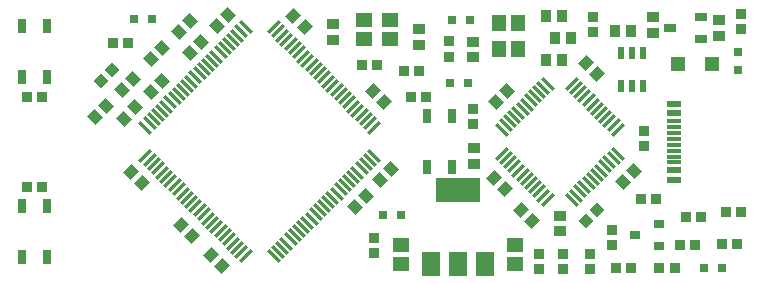
<source format=gbr>
%TF.GenerationSoftware,Altium Limited,Altium Designer,19.0.15 (446)*%
G04 Layer_Color=8421504*
%FSLAX45Y45*%
%MOMM*%
%TF.FileFunction,Paste,Top*%
%TF.Part,Single*%
G01*
G75*
%TA.AperFunction,SMDPad,CuDef*%
%ADD10R,1.00000X0.90000*%
%ADD11R,1.00000X0.70000*%
%ADD12R,0.85000X0.95000*%
%ADD13R,0.60000X1.00000*%
%ADD14R,0.90000X1.00000*%
G04:AMPARAMS|DCode=15|XSize=0.3mm|YSize=1.4mm|CornerRadius=0mm|HoleSize=0mm|Usage=FLASHONLY|Rotation=45.000|XOffset=0mm|YOffset=0mm|HoleType=Round|Shape=Rectangle|*
%AMROTATEDRECTD15*
4,1,4,0.38891,-0.60104,-0.60104,0.38891,-0.38891,0.60104,0.60104,-0.38891,0.38891,-0.60104,0.0*
%
%ADD15ROTATEDRECTD15*%

G04:AMPARAMS|DCode=16|XSize=0.3mm|YSize=1.4mm|CornerRadius=0mm|HoleSize=0mm|Usage=FLASHONLY|Rotation=315.000|XOffset=0mm|YOffset=0mm|HoleType=Round|Shape=Rectangle|*
%AMROTATEDRECTD16*
4,1,4,-0.60104,-0.38891,0.38891,0.60104,0.60104,0.38891,-0.38891,-0.60104,-0.60104,-0.38891,0.0*
%
%ADD16ROTATEDRECTD16*%

%ADD17R,0.95000X0.85000*%
%ADD18R,1.15000X1.40000*%
G04:AMPARAMS|DCode=19|XSize=0.95mm|YSize=0.85mm|CornerRadius=0mm|HoleSize=0mm|Usage=FLASHONLY|Rotation=135.000|XOffset=0mm|YOffset=0mm|HoleType=Round|Shape=Rectangle|*
%AMROTATEDRECTD19*
4,1,4,0.63640,-0.03535,0.03535,-0.63640,-0.63640,0.03535,-0.03535,0.63640,0.63640,-0.03535,0.0*
%
%ADD19ROTATEDRECTD19*%

%TA.AperFunction,ConnectorPad*%
%ADD20R,1.30000X0.60000*%
%ADD21R,1.30000X0.30000*%
%TA.AperFunction,SMDPad,CuDef*%
%ADD22R,0.90000X0.80000*%
%ADD23R,0.80000X0.80000*%
%ADD24R,0.80000X0.80000*%
G04:AMPARAMS|DCode=25|XSize=1mm|YSize=0.9mm|CornerRadius=0mm|HoleSize=0mm|Usage=FLASHONLY|Rotation=225.000|XOffset=0mm|YOffset=0mm|HoleType=Round|Shape=Rectangle|*
%AMROTATEDRECTD25*
4,1,4,0.03535,0.67175,0.67175,0.03535,-0.03535,-0.67175,-0.67175,-0.03535,0.03535,0.67175,0.0*
%
%ADD25ROTATEDRECTD25*%

G04:AMPARAMS|DCode=26|XSize=1mm|YSize=0.9mm|CornerRadius=0mm|HoleSize=0mm|Usage=FLASHONLY|Rotation=315.000|XOffset=0mm|YOffset=0mm|HoleType=Round|Shape=Rectangle|*
%AMROTATEDRECTD26*
4,1,4,-0.67175,0.03535,-0.03535,0.67175,0.67175,-0.03535,0.03535,-0.67175,-0.67175,0.03535,0.0*
%
%ADD26ROTATEDRECTD26*%

%ADD27R,1.20000X1.20000*%
%ADD28R,1.20000X1.20000*%
%ADD29R,1.40000X1.15000*%
%ADD30R,3.80000X2.00000*%
%ADD31R,1.50000X2.00000*%
%ADD32R,1.40000X1.30000*%
%ADD33R,0.65000X1.20000*%
D10*
X12268200Y8009700D02*
D03*
Y8144700D02*
D03*
X11709400Y8170100D02*
D03*
Y8035100D02*
D03*
X10185400Y7825481D02*
D03*
Y7960481D02*
D03*
X10922000Y6352100D02*
D03*
Y6487100D02*
D03*
X9004300Y8106600D02*
D03*
Y7971600D02*
D03*
X9728200Y7933500D02*
D03*
Y8068500D02*
D03*
X10198100Y6924292D02*
D03*
Y7059292D02*
D03*
D11*
X12118800Y7982200D02*
D03*
Y8172200D02*
D03*
X11858800Y8077200D02*
D03*
D12*
X11606300Y6629400D02*
D03*
X11736300D02*
D03*
X11893750Y6045200D02*
D03*
X11763750D02*
D03*
X11987300Y6477000D02*
D03*
X12117300D02*
D03*
X11936500Y6235700D02*
D03*
X12066500D02*
D03*
X12330200Y6515100D02*
D03*
X12460200D02*
D03*
X12292100Y6248400D02*
D03*
X12422100D02*
D03*
X11528639Y6045200D02*
D03*
X11398639D02*
D03*
X9374100Y7759700D02*
D03*
X9244100D02*
D03*
X9729700Y7708900D02*
D03*
X9599700D02*
D03*
X7135900Y7950200D02*
D03*
X7265900D02*
D03*
X9663200Y7493000D02*
D03*
X9793200D02*
D03*
X6542000Y6731000D02*
D03*
X6412000D02*
D03*
X6542000Y7493000D02*
D03*
X6412000D02*
D03*
D13*
X11626600Y7584100D02*
D03*
X11531600D02*
D03*
X11436600D02*
D03*
Y7859100D02*
D03*
X11531600D02*
D03*
X11626600D02*
D03*
D14*
X11522900Y8051800D02*
D03*
X11387900D02*
D03*
X10879900Y7988300D02*
D03*
X11014900D02*
D03*
X10938700Y8178800D02*
D03*
X10803700D02*
D03*
X10938700Y7804150D02*
D03*
X10803700D02*
D03*
D15*
X10819470Y7603439D02*
D03*
X10784114Y7568084D02*
D03*
X10748759Y7532728D02*
D03*
X10713404Y7497373D02*
D03*
X10678048Y7462018D02*
D03*
X10642693Y7426662D02*
D03*
X10607337Y7391307D02*
D03*
X10571982Y7355952D02*
D03*
X10536627Y7320596D02*
D03*
X10501271Y7285241D02*
D03*
X10465916Y7249886D02*
D03*
X10430561Y7214530D02*
D03*
X11024531Y6620561D02*
D03*
X11059886Y6655916D02*
D03*
X11095241Y6691271D02*
D03*
X11130597Y6726627D02*
D03*
X11165952Y6761982D02*
D03*
X11201307Y6797337D02*
D03*
X11236663Y6832693D02*
D03*
X11272018Y6868048D02*
D03*
X11307373Y6903403D02*
D03*
X11342729Y6938759D02*
D03*
X11378084Y6974114D02*
D03*
X11413439Y7009469D02*
D03*
X9350736Y6991792D02*
D03*
X9315381Y6956436D02*
D03*
X9280026Y6921081D02*
D03*
X9244670Y6885726D02*
D03*
X9209315Y6850371D02*
D03*
X9173960Y6815015D02*
D03*
X9138604Y6779660D02*
D03*
X9103249Y6744305D02*
D03*
X9067894Y6708949D02*
D03*
X9032538Y6673594D02*
D03*
X8997183Y6638238D02*
D03*
X8961827Y6602883D02*
D03*
X8926472Y6567528D02*
D03*
X8891117Y6532173D02*
D03*
X8855762Y6496817D02*
D03*
X8820406Y6461462D02*
D03*
X8785051Y6426106D02*
D03*
X8749695Y6390751D02*
D03*
X8714340Y6355396D02*
D03*
X8678985Y6320040D02*
D03*
X8643629Y6284685D02*
D03*
X8608274Y6249330D02*
D03*
X8572919Y6213974D02*
D03*
X8537564Y6178619D02*
D03*
X8502208Y6143264D02*
D03*
X7413264Y7232208D02*
D03*
X7448619Y7267564D02*
D03*
X7483974Y7302919D02*
D03*
X7519330Y7338274D02*
D03*
X7554685Y7373629D02*
D03*
X7590040Y7408985D02*
D03*
X7625396Y7444340D02*
D03*
X7660751Y7479695D02*
D03*
X7696106Y7515051D02*
D03*
X7731462Y7550406D02*
D03*
X7766817Y7585762D02*
D03*
X7802173Y7621117D02*
D03*
X7837528Y7656472D02*
D03*
X7872883Y7691827D02*
D03*
X7908238Y7727183D02*
D03*
X7943594Y7762538D02*
D03*
X7978949Y7797894D02*
D03*
X8014305Y7833249D02*
D03*
X8049660Y7868604D02*
D03*
X8085015Y7903960D02*
D03*
X8120371Y7939315D02*
D03*
X8155726Y7974670D02*
D03*
X8191081Y8010026D02*
D03*
X8226436Y8045381D02*
D03*
X8261792Y8080736D02*
D03*
D16*
X10430561Y7009469D02*
D03*
X10465916Y6974114D02*
D03*
X10501271Y6938759D02*
D03*
X10536627Y6903403D02*
D03*
X10571982Y6868048D02*
D03*
X10607337Y6832693D02*
D03*
X10642693Y6797337D02*
D03*
X10678048Y6761982D02*
D03*
X10713403Y6726627D02*
D03*
X10748759Y6691271D02*
D03*
X10784114Y6655916D02*
D03*
X10819469Y6620561D02*
D03*
X11413439Y7214530D02*
D03*
X11378084Y7249886D02*
D03*
X11342729Y7285241D02*
D03*
X11307373Y7320596D02*
D03*
X11272018Y7355952D02*
D03*
X11236663Y7391307D02*
D03*
X11201307Y7426662D02*
D03*
X11165952Y7462018D02*
D03*
X11130596Y7497373D02*
D03*
X11095241Y7532728D02*
D03*
X11059886Y7568084D02*
D03*
X11024530Y7603439D02*
D03*
X8502208Y8080736D02*
D03*
X8537564Y8045381D02*
D03*
X8572919Y8010026D02*
D03*
X8608274Y7974670D02*
D03*
X8643629Y7939315D02*
D03*
X8678985Y7903960D02*
D03*
X8714340Y7868604D02*
D03*
X8749695Y7833249D02*
D03*
X8785051Y7797894D02*
D03*
X8820406Y7762538D02*
D03*
X8855762Y7727183D02*
D03*
X8891117Y7691827D02*
D03*
X8926472Y7656472D02*
D03*
X8961827Y7621117D02*
D03*
X8997183Y7585762D02*
D03*
X9032538Y7550406D02*
D03*
X9067894Y7515051D02*
D03*
X9103249Y7479695D02*
D03*
X9138604Y7444340D02*
D03*
X9173960Y7408985D02*
D03*
X9209315Y7373629D02*
D03*
X9244670Y7338274D02*
D03*
X9280026Y7302919D02*
D03*
X9315381Y7267564D02*
D03*
X9350736Y7232208D02*
D03*
X8261792Y6143264D02*
D03*
X8226436Y6178619D02*
D03*
X8191081Y6213974D02*
D03*
X8155726Y6249330D02*
D03*
X8120371Y6284685D02*
D03*
X8085015Y6320040D02*
D03*
X8049660Y6355396D02*
D03*
X8014305Y6390751D02*
D03*
X7978949Y6426106D02*
D03*
X7943594Y6461462D02*
D03*
X7908238Y6496817D02*
D03*
X7872883Y6532173D02*
D03*
X7837528Y6567528D02*
D03*
X7802173Y6602883D02*
D03*
X7766817Y6638238D02*
D03*
X7731462Y6673594D02*
D03*
X7696106Y6708949D02*
D03*
X7660751Y6744305D02*
D03*
X7625396Y6779660D02*
D03*
X7590040Y6815015D02*
D03*
X7554685Y6850371D02*
D03*
X7519330Y6885726D02*
D03*
X7483974Y6921081D02*
D03*
X7448619Y6956436D02*
D03*
X7413264Y6991792D02*
D03*
D17*
X11201307Y8167600D02*
D03*
Y8037600D02*
D03*
X11176000Y6031000D02*
D03*
Y6161000D02*
D03*
X11633200Y7072400D02*
D03*
Y7202400D02*
D03*
X10748759Y6161000D02*
D03*
Y6031000D02*
D03*
X10951400Y6031000D02*
D03*
Y6161000D02*
D03*
X11366500Y6234200D02*
D03*
Y6364200D02*
D03*
X12458700Y8063000D02*
D03*
Y8193000D02*
D03*
X10185400Y7392900D02*
D03*
Y7262900D02*
D03*
X9347200Y6170700D02*
D03*
Y6300700D02*
D03*
X9982200Y7962281D02*
D03*
Y7832281D02*
D03*
D18*
X10410200Y8117281D02*
D03*
X10570200D02*
D03*
X10410200Y7897281D02*
D03*
X10570200D02*
D03*
D19*
X11142738Y6443738D02*
D03*
X11234662Y6535662D02*
D03*
X7040638Y7624838D02*
D03*
X7132562Y7716762D02*
D03*
D20*
X11890750Y7432000D02*
D03*
Y7352000D02*
D03*
Y6792000D02*
D03*
Y6872000D02*
D03*
D21*
Y7287000D02*
D03*
Y7237000D02*
D03*
Y7187000D02*
D03*
Y7137000D02*
D03*
Y7087000D02*
D03*
Y7037000D02*
D03*
Y6987000D02*
D03*
Y6937000D02*
D03*
D22*
X11758600Y6229600D02*
D03*
Y6419600D02*
D03*
X11558600Y6324600D02*
D03*
D23*
X12433300Y7722800D02*
D03*
Y7872800D02*
D03*
D24*
X12142400Y6045200D02*
D03*
X12292400D02*
D03*
X7316400Y8153400D02*
D03*
X7466400D02*
D03*
X9574600Y6489700D02*
D03*
X9424600D02*
D03*
X10146100Y7607300D02*
D03*
X9996100D02*
D03*
X10158800Y8144700D02*
D03*
X10008800D02*
D03*
D25*
X11236430Y7686570D02*
D03*
X11140970Y7782030D02*
D03*
X10594870Y6537430D02*
D03*
X10690330Y6441970D02*
D03*
X7388330Y6759470D02*
D03*
X7292870Y6854930D02*
D03*
X8061430Y6060970D02*
D03*
X7965970Y6156430D02*
D03*
X8666611Y8175730D02*
D03*
X8762070Y8080270D02*
D03*
X9433030Y7445270D02*
D03*
X9337570Y7540730D02*
D03*
X10461729Y6708671D02*
D03*
X10366271Y6804129D02*
D03*
X7807430Y6314970D02*
D03*
X7711970Y6410430D02*
D03*
D26*
X10474430Y7540730D02*
D03*
X10378970Y7445270D02*
D03*
X11458470Y6772170D02*
D03*
X11553930Y6867630D02*
D03*
X7229370Y7308222D02*
D03*
X7324830Y7403682D02*
D03*
X7312130Y7642330D02*
D03*
X7216670Y7546870D02*
D03*
X6988070Y7318270D02*
D03*
X7083530Y7413730D02*
D03*
X8016770Y8092970D02*
D03*
X8112230Y8188430D02*
D03*
X7788170Y7864370D02*
D03*
X7883630Y7959830D02*
D03*
X7553430Y7629630D02*
D03*
X7457970Y7534170D02*
D03*
X9496529Y6880422D02*
D03*
X9401071Y6784963D02*
D03*
X7457970Y7813570D02*
D03*
X7553430Y7909030D02*
D03*
X7699270Y8042170D02*
D03*
X7794730Y8137630D02*
D03*
X9280630Y6651730D02*
D03*
X9185170Y6556270D02*
D03*
D27*
X11922000Y7772400D02*
D03*
D28*
X12208000D02*
D03*
D29*
X9482600Y8144500D02*
D03*
Y7984500D02*
D03*
X9262600Y8144500D02*
D03*
Y7984500D02*
D03*
D30*
X10058400Y6703100D02*
D03*
D31*
X10288400Y6073100D02*
D03*
X10058400D02*
D03*
X9828400D02*
D03*
D32*
X9575800Y6077464D02*
D03*
Y6237464D02*
D03*
X10541000Y6077464D02*
D03*
Y6237464D02*
D03*
D33*
X10013500Y6897000D02*
D03*
X9798500D02*
D03*
Y7327000D02*
D03*
X10013500D02*
D03*
X6584500Y6135000D02*
D03*
X6369500D02*
D03*
Y6565000D02*
D03*
X6584500D02*
D03*
X6369500Y8089000D02*
D03*
X6584500D02*
D03*
Y7659000D02*
D03*
X6369500D02*
D03*
%TF.MD5,e387be06cbc910c6f38eeea1a3e28a0b*%
M02*

</source>
